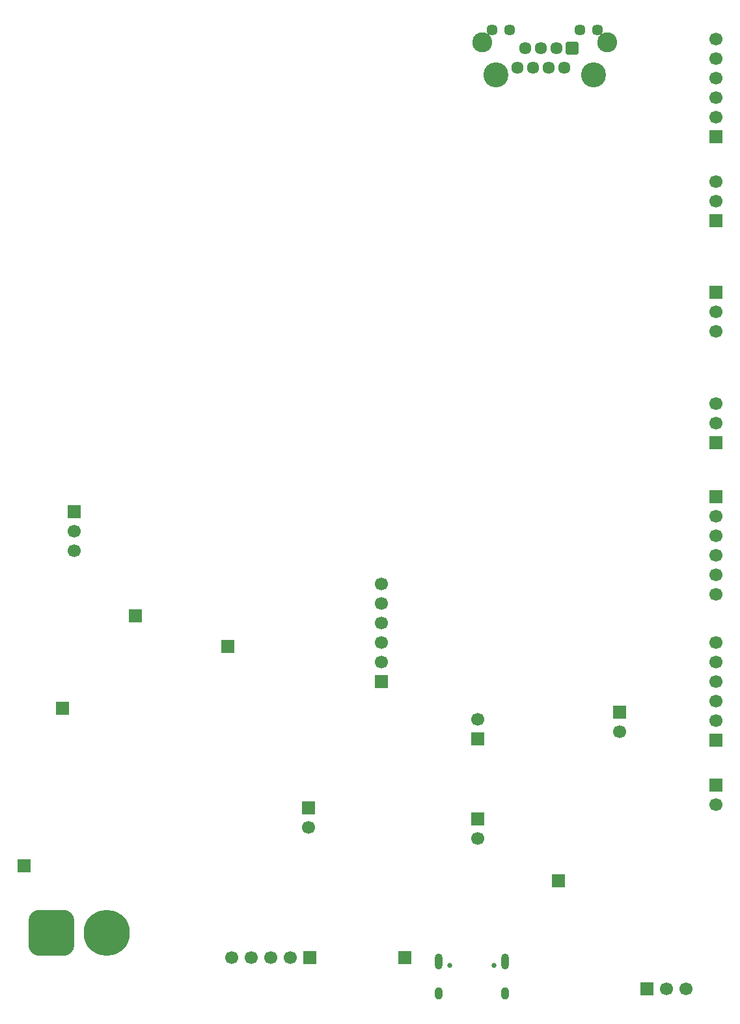
<source format=gbr>
%TF.GenerationSoftware,KiCad,Pcbnew,9.0.6*%
%TF.CreationDate,2025-12-25T01:52:07-08:00*%
%TF.ProjectId,Breakout V1,42726561-6b6f-4757-9420-56312e6b6963,rev?*%
%TF.SameCoordinates,Original*%
%TF.FileFunction,Soldermask,Bot*%
%TF.FilePolarity,Negative*%
%FSLAX46Y46*%
G04 Gerber Fmt 4.6, Leading zero omitted, Abs format (unit mm)*
G04 Created by KiCad (PCBNEW 9.0.6) date 2025-12-25 01:52:07*
%MOMM*%
%LPD*%
G01*
G04 APERTURE LIST*
G04 Aperture macros list*
%AMRoundRect*
0 Rectangle with rounded corners*
0 $1 Rounding radius*
0 $2 $3 $4 $5 $6 $7 $8 $9 X,Y pos of 4 corners*
0 Add a 4 corners polygon primitive as box body*
4,1,4,$2,$3,$4,$5,$6,$7,$8,$9,$2,$3,0*
0 Add four circle primitives for the rounded corners*
1,1,$1+$1,$2,$3*
1,1,$1+$1,$4,$5*
1,1,$1+$1,$6,$7*
1,1,$1+$1,$8,$9*
0 Add four rect primitives between the rounded corners*
20,1,$1+$1,$2,$3,$4,$5,0*
20,1,$1+$1,$4,$5,$6,$7,0*
20,1,$1+$1,$6,$7,$8,$9,0*
20,1,$1+$1,$8,$9,$2,$3,0*%
G04 Aperture macros list end*
%ADD10R,1.700000X1.700000*%
%ADD11C,1.700000*%
%ADD12C,0.650000*%
%ADD13O,1.000000X2.100000*%
%ADD14O,1.000000X1.600000*%
%ADD15RoundRect,1.500000X-1.500000X-1.500000X1.500000X-1.500000X1.500000X1.500000X-1.500000X1.500000X0*%
%ADD16C,6.000000*%
%ADD17C,2.604000*%
%ADD18C,1.454000*%
%ADD19C,1.612000*%
%ADD20RoundRect,0.102000X-0.704000X-0.704000X0.704000X-0.704000X0.704000X0.704000X-0.704000X0.704000X0*%
%ADD21C,3.250000*%
G04 APERTURE END LIST*
D10*
%TO.C,TP2*%
X184500000Y-107000000D03*
%TD*%
%TO.C,TP4*%
X196500000Y-111000000D03*
%TD*%
%TO.C,TP1*%
X219500000Y-151500000D03*
%TD*%
%TO.C,J1*%
X229000000Y-133460000D03*
D11*
X229000000Y-136000000D03*
%TD*%
D10*
%TO.C,J2*%
X207000000Y-131960000D03*
D11*
X207000000Y-134500000D03*
%TD*%
D10*
%TO.C,J3*%
X207175000Y-151500000D03*
D11*
X204635000Y-151500000D03*
X202095000Y-151500000D03*
X199555000Y-151500000D03*
X197015000Y-151500000D03*
%TD*%
D12*
%TO.C,J4*%
X225360000Y-152472471D03*
X231140000Y-152472471D03*
D13*
X223930000Y-151942471D03*
D14*
X223930000Y-156122471D03*
D13*
X232570000Y-151942471D03*
D14*
X232570000Y-156122471D03*
%TD*%
D10*
%TO.C,J5*%
X216500000Y-115540000D03*
D11*
X216500000Y-113000000D03*
X216500000Y-110460000D03*
X216500000Y-107920000D03*
X216500000Y-105380000D03*
X216500000Y-102840000D03*
%TD*%
D15*
%TO.C,J6*%
X173550000Y-148250000D03*
D16*
X180750000Y-148250000D03*
%TD*%
D10*
%TO.C,J7*%
X260000000Y-129000000D03*
D11*
X260000000Y-131540000D03*
%TD*%
D10*
%TO.C,J8*%
X247500000Y-119500000D03*
D11*
X247500000Y-122040000D03*
%TD*%
D10*
%TO.C,J9*%
X260000000Y-55580000D03*
D11*
X260000000Y-53040000D03*
X260000000Y-50500000D03*
%TD*%
D10*
%TO.C,J10*%
X260000000Y-91500000D03*
D11*
X260000000Y-94040000D03*
X260000000Y-96580000D03*
X260000000Y-99120000D03*
X260000000Y-101660000D03*
X260000000Y-104200000D03*
%TD*%
D10*
%TO.C,J11*%
X260000000Y-123200000D03*
D11*
X260000000Y-120660000D03*
X260000000Y-118120000D03*
X260000000Y-115580000D03*
X260000000Y-113040000D03*
X260000000Y-110500000D03*
%TD*%
%TO.C,J12*%
X260000000Y-79420000D03*
X260000000Y-81960000D03*
D10*
X260000000Y-84500000D03*
%TD*%
D17*
%TO.C,J14*%
X229580000Y-32382500D03*
X245840000Y-32382500D03*
D18*
X230850000Y-30782500D03*
X233140000Y-30782500D03*
X242280000Y-30782500D03*
X244570000Y-30782500D03*
D19*
X234140000Y-35732500D03*
X235160000Y-33192500D03*
X236180000Y-35732500D03*
X237200000Y-33192500D03*
X238220000Y-35732500D03*
X239240000Y-33192500D03*
X240260000Y-35732500D03*
D20*
X241280000Y-33192500D03*
D21*
X244060000Y-36622500D03*
X231360000Y-36622500D03*
%TD*%
D10*
%TO.C,J13*%
X260000000Y-44700000D03*
D11*
X260000000Y-42160000D03*
X260000000Y-39620000D03*
X260000000Y-37080000D03*
X260000000Y-34540000D03*
X260000000Y-32000000D03*
%TD*%
D10*
%TO.C,5V1*%
X175000000Y-119000000D03*
%TD*%
%TO.C,J18*%
X251000000Y-155500000D03*
D11*
X253540000Y-155500000D03*
X256080000Y-155500000D03*
%TD*%
D10*
%TO.C,J15*%
X229000000Y-123000000D03*
D11*
X229000000Y-120460000D03*
%TD*%
D10*
%TO.C,J16*%
X260000000Y-64920000D03*
D11*
X260000000Y-67460000D03*
X260000000Y-70000000D03*
%TD*%
D10*
%TO.C,J17*%
X176500000Y-93420000D03*
D11*
X176500000Y-95960000D03*
X176500000Y-98500000D03*
%TD*%
D10*
%TO.C,TP5*%
X239500000Y-141500000D03*
%TD*%
%TO.C,TP3*%
X170000000Y-139500000D03*
%TD*%
M02*

</source>
